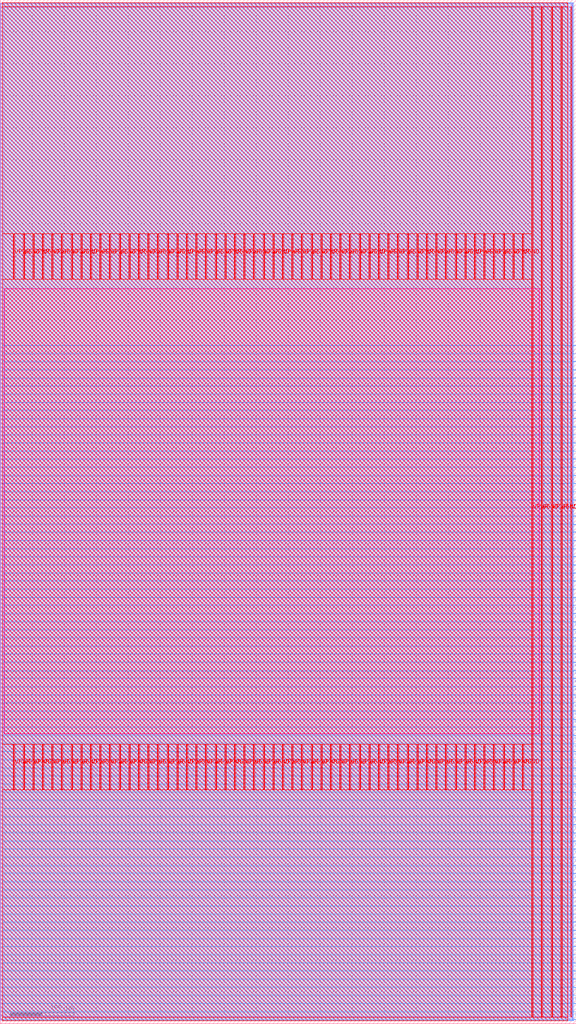
<source format=lef>
VERSION 5.7 ;
  NOWIREEXTENSIONATPIN ON ;
  DIVIDERCHAR "/" ;
  BUSBITCHARS "[]" ;
MACRO sram_32_4096_mask
  CLASS BLOCK ;
  FOREIGN sram_32_4096_mask ;
  ORIGIN 0.000 0.000 ;
  SIZE 900.000 BY 1600.000 ;
  PIN VGND
    DIRECTION INPUT ;
    USE GROUND ;
    PORT
      LAYER met4 ;
        RECT 36.040 366.020 37.640 436.480 ;
    END
    PORT
      LAYER met4 ;
        RECT 66.040 366.020 67.640 436.480 ;
    END
    PORT
      LAYER met4 ;
        RECT 96.040 366.020 97.640 436.480 ;
    END
    PORT
      LAYER met4 ;
        RECT 126.040 366.020 127.640 436.480 ;
    END
    PORT
      LAYER met4 ;
        RECT 156.040 366.020 157.640 436.480 ;
    END
    PORT
      LAYER met4 ;
        RECT 186.040 366.020 187.640 436.480 ;
    END
    PORT
      LAYER met4 ;
        RECT 216.040 366.020 217.640 436.480 ;
    END
    PORT
      LAYER met4 ;
        RECT 246.040 366.020 247.640 436.480 ;
    END
    PORT
      LAYER met4 ;
        RECT 276.040 366.020 277.640 436.480 ;
    END
    PORT
      LAYER met4 ;
        RECT 306.040 366.020 307.640 436.480 ;
    END
    PORT
      LAYER met4 ;
        RECT 336.040 366.020 337.640 436.480 ;
    END
    PORT
      LAYER met4 ;
        RECT 366.040 366.020 367.640 436.480 ;
    END
    PORT
      LAYER met4 ;
        RECT 396.040 366.020 397.640 436.480 ;
    END
    PORT
      LAYER met4 ;
        RECT 426.040 366.020 427.640 436.480 ;
    END
    PORT
      LAYER met4 ;
        RECT 456.040 366.020 457.640 436.480 ;
    END
    PORT
      LAYER met4 ;
        RECT 486.040 366.020 487.640 436.480 ;
    END
    PORT
      LAYER met4 ;
        RECT 516.040 366.020 517.640 436.480 ;
    END
    PORT
      LAYER met4 ;
        RECT 546.040 366.020 547.640 436.480 ;
    END
    PORT
      LAYER met4 ;
        RECT 576.040 366.020 577.640 436.480 ;
    END
    PORT
      LAYER met4 ;
        RECT 606.040 366.020 607.640 436.480 ;
    END
    PORT
      LAYER met4 ;
        RECT 636.040 366.020 637.640 436.480 ;
    END
    PORT
      LAYER met4 ;
        RECT 666.040 366.020 667.640 436.480 ;
    END
    PORT
      LAYER met4 ;
        RECT 696.040 366.020 697.640 436.480 ;
    END
    PORT
      LAYER met4 ;
        RECT 726.040 366.020 727.640 436.480 ;
    END
    PORT
      LAYER met4 ;
        RECT 756.040 366.020 757.640 436.480 ;
    END
    PORT
      LAYER met4 ;
        RECT 786.040 366.020 787.640 436.480 ;
    END
    PORT
      LAYER met4 ;
        RECT 816.040 366.020 817.640 436.480 ;
    END
    PORT
      LAYER met4 ;
        RECT 36.040 1163.520 37.640 1233.980 ;
    END
    PORT
      LAYER met4 ;
        RECT 66.040 1163.520 67.640 1233.980 ;
    END
    PORT
      LAYER met4 ;
        RECT 96.040 1163.520 97.640 1233.980 ;
    END
    PORT
      LAYER met4 ;
        RECT 126.040 1163.520 127.640 1233.980 ;
    END
    PORT
      LAYER met4 ;
        RECT 156.040 1163.520 157.640 1233.980 ;
    END
    PORT
      LAYER met4 ;
        RECT 186.040 1163.520 187.640 1233.980 ;
    END
    PORT
      LAYER met4 ;
        RECT 216.040 1163.520 217.640 1233.980 ;
    END
    PORT
      LAYER met4 ;
        RECT 246.040 1163.520 247.640 1233.980 ;
    END
    PORT
      LAYER met4 ;
        RECT 276.040 1163.520 277.640 1233.980 ;
    END
    PORT
      LAYER met4 ;
        RECT 306.040 1163.520 307.640 1233.980 ;
    END
    PORT
      LAYER met4 ;
        RECT 336.040 1163.520 337.640 1233.980 ;
    END
    PORT
      LAYER met4 ;
        RECT 366.040 1163.520 367.640 1233.980 ;
    END
    PORT
      LAYER met4 ;
        RECT 396.040 1163.520 397.640 1233.980 ;
    END
    PORT
      LAYER met4 ;
        RECT 426.040 1163.520 427.640 1233.980 ;
    END
    PORT
      LAYER met4 ;
        RECT 456.040 1163.520 457.640 1233.980 ;
    END
    PORT
      LAYER met4 ;
        RECT 486.040 1163.520 487.640 1233.980 ;
    END
    PORT
      LAYER met4 ;
        RECT 516.040 1163.520 517.640 1233.980 ;
    END
    PORT
      LAYER met4 ;
        RECT 546.040 1163.520 547.640 1233.980 ;
    END
    PORT
      LAYER met4 ;
        RECT 576.040 1163.520 577.640 1233.980 ;
    END
    PORT
      LAYER met4 ;
        RECT 606.040 1163.520 607.640 1233.980 ;
    END
    PORT
      LAYER met4 ;
        RECT 636.040 1163.520 637.640 1233.980 ;
    END
    PORT
      LAYER met4 ;
        RECT 666.040 1163.520 667.640 1233.980 ;
    END
    PORT
      LAYER met4 ;
        RECT 696.040 1163.520 697.640 1233.980 ;
    END
    PORT
      LAYER met4 ;
        RECT 726.040 1163.520 727.640 1233.980 ;
    END
    PORT
      LAYER met4 ;
        RECT 756.040 1163.520 757.640 1233.980 ;
    END
    PORT
      LAYER met4 ;
        RECT 786.040 1163.520 787.640 1233.980 ;
    END
    PORT
      LAYER met4 ;
        RECT 816.040 1163.520 817.640 1233.980 ;
    END
    PORT
      LAYER met4 ;
        RECT 846.040 10.640 847.640 1588.720 ;
    END
    PORT
      LAYER met4 ;
        RECT 876.040 10.640 877.640 1588.720 ;
    END
  END VGND
  PIN VPWR
    DIRECTION INPUT ;
    USE POWER ;
    PORT
      LAYER met4 ;
        RECT 21.040 366.020 22.640 436.480 ;
    END
    PORT
      LAYER met4 ;
        RECT 51.040 366.020 52.640 436.480 ;
    END
    PORT
      LAYER met4 ;
        RECT 81.040 366.020 82.640 436.480 ;
    END
    PORT
      LAYER met4 ;
        RECT 111.040 366.020 112.640 436.480 ;
    END
    PORT
      LAYER met4 ;
        RECT 141.040 366.020 142.640 436.480 ;
    END
    PORT
      LAYER met4 ;
        RECT 171.040 366.020 172.640 436.480 ;
    END
    PORT
      LAYER met4 ;
        RECT 201.040 366.020 202.640 436.480 ;
    END
    PORT
      LAYER met4 ;
        RECT 231.040 366.020 232.640 436.480 ;
    END
    PORT
      LAYER met4 ;
        RECT 261.040 366.020 262.640 436.480 ;
    END
    PORT
      LAYER met4 ;
        RECT 291.040 366.020 292.640 436.480 ;
    END
    PORT
      LAYER met4 ;
        RECT 321.040 366.020 322.640 436.480 ;
    END
    PORT
      LAYER met4 ;
        RECT 351.040 366.020 352.640 436.480 ;
    END
    PORT
      LAYER met4 ;
        RECT 381.040 366.020 382.640 436.480 ;
    END
    PORT
      LAYER met4 ;
        RECT 411.040 366.020 412.640 436.480 ;
    END
    PORT
      LAYER met4 ;
        RECT 441.040 366.020 442.640 436.480 ;
    END
    PORT
      LAYER met4 ;
        RECT 471.040 366.020 472.640 436.480 ;
    END
    PORT
      LAYER met4 ;
        RECT 501.040 366.020 502.640 436.480 ;
    END
    PORT
      LAYER met4 ;
        RECT 531.040 366.020 532.640 436.480 ;
    END
    PORT
      LAYER met4 ;
        RECT 561.040 366.020 562.640 436.480 ;
    END
    PORT
      LAYER met4 ;
        RECT 591.040 366.020 592.640 436.480 ;
    END
    PORT
      LAYER met4 ;
        RECT 621.040 366.020 622.640 436.480 ;
    END
    PORT
      LAYER met4 ;
        RECT 651.040 366.020 652.640 436.480 ;
    END
    PORT
      LAYER met4 ;
        RECT 681.040 366.020 682.640 436.480 ;
    END
    PORT
      LAYER met4 ;
        RECT 711.040 366.020 712.640 436.480 ;
    END
    PORT
      LAYER met4 ;
        RECT 741.040 366.020 742.640 436.480 ;
    END
    PORT
      LAYER met4 ;
        RECT 771.040 366.020 772.640 436.480 ;
    END
    PORT
      LAYER met4 ;
        RECT 801.040 366.020 802.640 436.480 ;
    END
    PORT
      LAYER met4 ;
        RECT 21.040 1163.520 22.640 1233.980 ;
    END
    PORT
      LAYER met4 ;
        RECT 51.040 1163.520 52.640 1233.980 ;
    END
    PORT
      LAYER met4 ;
        RECT 81.040 1163.520 82.640 1233.980 ;
    END
    PORT
      LAYER met4 ;
        RECT 111.040 1163.520 112.640 1233.980 ;
    END
    PORT
      LAYER met4 ;
        RECT 141.040 1163.520 142.640 1233.980 ;
    END
    PORT
      LAYER met4 ;
        RECT 171.040 1163.520 172.640 1233.980 ;
    END
    PORT
      LAYER met4 ;
        RECT 201.040 1163.520 202.640 1233.980 ;
    END
    PORT
      LAYER met4 ;
        RECT 231.040 1163.520 232.640 1233.980 ;
    END
    PORT
      LAYER met4 ;
        RECT 261.040 1163.520 262.640 1233.980 ;
    END
    PORT
      LAYER met4 ;
        RECT 291.040 1163.520 292.640 1233.980 ;
    END
    PORT
      LAYER met4 ;
        RECT 321.040 1163.520 322.640 1233.980 ;
    END
    PORT
      LAYER met4 ;
        RECT 351.040 1163.520 352.640 1233.980 ;
    END
    PORT
      LAYER met4 ;
        RECT 381.040 1163.520 382.640 1233.980 ;
    END
    PORT
      LAYER met4 ;
        RECT 411.040 1163.520 412.640 1233.980 ;
    END
    PORT
      LAYER met4 ;
        RECT 441.040 1163.520 442.640 1233.980 ;
    END
    PORT
      LAYER met4 ;
        RECT 471.040 1163.520 472.640 1233.980 ;
    END
    PORT
      LAYER met4 ;
        RECT 501.040 1163.520 502.640 1233.980 ;
    END
    PORT
      LAYER met4 ;
        RECT 531.040 1163.520 532.640 1233.980 ;
    END
    PORT
      LAYER met4 ;
        RECT 561.040 1163.520 562.640 1233.980 ;
    END
    PORT
      LAYER met4 ;
        RECT 591.040 1163.520 592.640 1233.980 ;
    END
    PORT
      LAYER met4 ;
        RECT 621.040 1163.520 622.640 1233.980 ;
    END
    PORT
      LAYER met4 ;
        RECT 651.040 1163.520 652.640 1233.980 ;
    END
    PORT
      LAYER met4 ;
        RECT 681.040 1163.520 682.640 1233.980 ;
    END
    PORT
      LAYER met4 ;
        RECT 711.040 1163.520 712.640 1233.980 ;
    END
    PORT
      LAYER met4 ;
        RECT 741.040 1163.520 742.640 1233.980 ;
    END
    PORT
      LAYER met4 ;
        RECT 771.040 1163.520 772.640 1233.980 ;
    END
    PORT
      LAYER met4 ;
        RECT 801.040 1163.520 802.640 1233.980 ;
    END
    PORT
      LAYER met4 ;
        RECT 831.040 10.640 832.640 1588.720 ;
    END
    PORT
      LAYER met4 ;
        RECT 861.040 10.640 862.640 1588.720 ;
    END
    PORT
      LAYER met4 ;
        RECT 891.040 10.640 892.640 1588.720 ;
    END
  END VPWR
  PIN addr[0]
    DIRECTION INPUT ;
    USE SIGNAL ;
    PORT
      LAYER met3 ;
        RECT 896.000 44.240 900.000 44.840 ;
    END
  END addr[0]
  PIN addr[10]
    DIRECTION INPUT ;
    USE SIGNAL ;
    PORT
      LAYER met3 ;
        RECT 896.000 170.720 900.000 171.320 ;
    END
  END addr[10]
  PIN addr[11]
    DIRECTION INPUT ;
    USE SIGNAL ;
    PORT
      LAYER met3 ;
        RECT 896.000 183.640 900.000 184.240 ;
    END
  END addr[11]
  PIN addr[1]
    DIRECTION INPUT ;
    USE SIGNAL ;
    PORT
      LAYER met3 ;
        RECT 896.000 56.480 900.000 57.080 ;
    END
  END addr[1]
  PIN addr[2]
    DIRECTION INPUT ;
    USE SIGNAL ;
    PORT
      LAYER met3 ;
        RECT 896.000 69.400 900.000 70.000 ;
    END
  END addr[2]
  PIN addr[3]
    DIRECTION INPUT ;
    USE SIGNAL ;
    PORT
      LAYER met3 ;
        RECT 896.000 82.320 900.000 82.920 ;
    END
  END addr[3]
  PIN addr[4]
    DIRECTION INPUT ;
    USE SIGNAL ;
    PORT
      LAYER met3 ;
        RECT 896.000 94.560 900.000 95.160 ;
    END
  END addr[4]
  PIN addr[5]
    DIRECTION INPUT ;
    USE SIGNAL ;
    PORT
      LAYER met3 ;
        RECT 896.000 107.480 900.000 108.080 ;
    END
  END addr[5]
  PIN addr[6]
    DIRECTION INPUT ;
    USE SIGNAL ;
    PORT
      LAYER met3 ;
        RECT 896.000 120.400 900.000 121.000 ;
    END
  END addr[6]
  PIN addr[7]
    DIRECTION INPUT ;
    USE SIGNAL ;
    PORT
      LAYER met3 ;
        RECT 896.000 132.640 900.000 133.240 ;
    END
  END addr[7]
  PIN addr[8]
    DIRECTION INPUT ;
    USE SIGNAL ;
    PORT
      LAYER met3 ;
        RECT 896.000 145.560 900.000 146.160 ;
    END
  END addr[8]
  PIN addr[9]
    DIRECTION INPUT ;
    USE SIGNAL ;
    PORT
      LAYER met3 ;
        RECT 896.000 158.480 900.000 159.080 ;
    END
  END addr[9]
  PIN clk
    DIRECTION INPUT ;
    USE SIGNAL ;
    PORT
      LAYER met3 ;
        RECT 896.000 6.160 900.000 6.760 ;
    END
  END clk
  PIN clk_en
    DIRECTION INPUT ;
    USE SIGNAL ;
    PORT
      LAYER met3 ;
        RECT 896.000 31.320 900.000 31.920 ;
    END
  END clk_en
  PIN read_data[0]
    DIRECTION OUTPUT TRISTATE ;
    USE SIGNAL ;
    PORT
      LAYER met3 ;
        RECT 896.000 665.760 900.000 666.360 ;
    END
  END read_data[0]
  PIN read_data[10]
    DIRECTION OUTPUT TRISTATE ;
    USE SIGNAL ;
    PORT
      LAYER met3 ;
        RECT 896.000 792.920 900.000 793.520 ;
    END
  END read_data[10]
  PIN read_data[11]
    DIRECTION OUTPUT TRISTATE ;
    USE SIGNAL ;
    PORT
      LAYER met3 ;
        RECT 896.000 805.840 900.000 806.440 ;
    END
  END read_data[11]
  PIN read_data[12]
    DIRECTION OUTPUT TRISTATE ;
    USE SIGNAL ;
    PORT
      LAYER met3 ;
        RECT 896.000 818.080 900.000 818.680 ;
    END
  END read_data[12]
  PIN read_data[13]
    DIRECTION OUTPUT TRISTATE ;
    USE SIGNAL ;
    PORT
      LAYER met3 ;
        RECT 896.000 831.000 900.000 831.600 ;
    END
  END read_data[13]
  PIN read_data[14]
    DIRECTION OUTPUT TRISTATE ;
    USE SIGNAL ;
    PORT
      LAYER met3 ;
        RECT 896.000 843.920 900.000 844.520 ;
    END
  END read_data[14]
  PIN read_data[15]
    DIRECTION OUTPUT TRISTATE ;
    USE SIGNAL ;
    PORT
      LAYER met3 ;
        RECT 896.000 856.160 900.000 856.760 ;
    END
  END read_data[15]
  PIN read_data[16]
    DIRECTION OUTPUT TRISTATE ;
    USE SIGNAL ;
    PORT
      LAYER met3 ;
        RECT 896.000 869.080 900.000 869.680 ;
    END
  END read_data[16]
  PIN read_data[17]
    DIRECTION OUTPUT TRISTATE ;
    USE SIGNAL ;
    PORT
      LAYER met3 ;
        RECT 896.000 882.000 900.000 882.600 ;
    END
  END read_data[17]
  PIN read_data[18]
    DIRECTION OUTPUT TRISTATE ;
    USE SIGNAL ;
    PORT
      LAYER met3 ;
        RECT 896.000 894.240 900.000 894.840 ;
    END
  END read_data[18]
  PIN read_data[19]
    DIRECTION OUTPUT TRISTATE ;
    USE SIGNAL ;
    PORT
      LAYER met3 ;
        RECT 896.000 907.160 900.000 907.760 ;
    END
  END read_data[19]
  PIN read_data[1]
    DIRECTION OUTPUT TRISTATE ;
    USE SIGNAL ;
    PORT
      LAYER met3 ;
        RECT 896.000 678.680 900.000 679.280 ;
    END
  END read_data[1]
  PIN read_data[20]
    DIRECTION OUTPUT TRISTATE ;
    USE SIGNAL ;
    PORT
      LAYER met3 ;
        RECT 896.000 920.080 900.000 920.680 ;
    END
  END read_data[20]
  PIN read_data[21]
    DIRECTION OUTPUT TRISTATE ;
    USE SIGNAL ;
    PORT
      LAYER met3 ;
        RECT 896.000 932.320 900.000 932.920 ;
    END
  END read_data[21]
  PIN read_data[22]
    DIRECTION OUTPUT TRISTATE ;
    USE SIGNAL ;
    PORT
      LAYER met3 ;
        RECT 896.000 945.240 900.000 945.840 ;
    END
  END read_data[22]
  PIN read_data[23]
    DIRECTION OUTPUT TRISTATE ;
    USE SIGNAL ;
    PORT
      LAYER met3 ;
        RECT 896.000 958.160 900.000 958.760 ;
    END
  END read_data[23]
  PIN read_data[24]
    DIRECTION OUTPUT TRISTATE ;
    USE SIGNAL ;
    PORT
      LAYER met3 ;
        RECT 896.000 970.400 900.000 971.000 ;
    END
  END read_data[24]
  PIN read_data[25]
    DIRECTION OUTPUT TRISTATE ;
    USE SIGNAL ;
    PORT
      LAYER met3 ;
        RECT 896.000 983.320 900.000 983.920 ;
    END
  END read_data[25]
  PIN read_data[26]
    DIRECTION OUTPUT TRISTATE ;
    USE SIGNAL ;
    PORT
      LAYER met3 ;
        RECT 896.000 996.240 900.000 996.840 ;
    END
  END read_data[26]
  PIN read_data[27]
    DIRECTION OUTPUT TRISTATE ;
    USE SIGNAL ;
    PORT
      LAYER met3 ;
        RECT 896.000 1008.480 900.000 1009.080 ;
    END
  END read_data[27]
  PIN read_data[28]
    DIRECTION OUTPUT TRISTATE ;
    USE SIGNAL ;
    PORT
      LAYER met3 ;
        RECT 896.000 1021.400 900.000 1022.000 ;
    END
  END read_data[28]
  PIN read_data[29]
    DIRECTION OUTPUT TRISTATE ;
    USE SIGNAL ;
    PORT
      LAYER met3 ;
        RECT 896.000 1034.320 900.000 1034.920 ;
    END
  END read_data[29]
  PIN read_data[2]
    DIRECTION OUTPUT TRISTATE ;
    USE SIGNAL ;
    PORT
      LAYER met3 ;
        RECT 896.000 691.600 900.000 692.200 ;
    END
  END read_data[2]
  PIN read_data[30]
    DIRECTION OUTPUT TRISTATE ;
    USE SIGNAL ;
    PORT
      LAYER met3 ;
        RECT 896.000 1046.560 900.000 1047.160 ;
    END
  END read_data[30]
  PIN read_data[31]
    DIRECTION OUTPUT TRISTATE ;
    USE SIGNAL ;
    PORT
      LAYER met3 ;
        RECT 896.000 1059.480 900.000 1060.080 ;
    END
  END read_data[31]
  PIN read_data[3]
    DIRECTION OUTPUT TRISTATE ;
    USE SIGNAL ;
    PORT
      LAYER met3 ;
        RECT 896.000 703.840 900.000 704.440 ;
    END
  END read_data[3]
  PIN read_data[4]
    DIRECTION OUTPUT TRISTATE ;
    USE SIGNAL ;
    PORT
      LAYER met3 ;
        RECT 896.000 716.760 900.000 717.360 ;
    END
  END read_data[4]
  PIN read_data[5]
    DIRECTION OUTPUT TRISTATE ;
    USE SIGNAL ;
    PORT
      LAYER met3 ;
        RECT 896.000 729.680 900.000 730.280 ;
    END
  END read_data[5]
  PIN read_data[6]
    DIRECTION OUTPUT TRISTATE ;
    USE SIGNAL ;
    PORT
      LAYER met3 ;
        RECT 896.000 741.920 900.000 742.520 ;
    END
  END read_data[6]
  PIN read_data[7]
    DIRECTION OUTPUT TRISTATE ;
    USE SIGNAL ;
    PORT
      LAYER met3 ;
        RECT 896.000 754.840 900.000 755.440 ;
    END
  END read_data[7]
  PIN read_data[8]
    DIRECTION OUTPUT TRISTATE ;
    USE SIGNAL ;
    PORT
      LAYER met3 ;
        RECT 896.000 767.760 900.000 768.360 ;
    END
  END read_data[8]
  PIN read_data[9]
    DIRECTION OUTPUT TRISTATE ;
    USE SIGNAL ;
    PORT
      LAYER met3 ;
        RECT 896.000 780.000 900.000 780.600 ;
    END
  END read_data[9]
  PIN rst
    DIRECTION INPUT ;
    USE SIGNAL ;
    PORT
      LAYER met3 ;
        RECT 896.000 18.400 900.000 19.000 ;
    END
  END rst
  PIN write_data[0]
    DIRECTION INPUT ;
    USE SIGNAL ;
    PORT
      LAYER met3 ;
        RECT 896.000 259.800 900.000 260.400 ;
    END
  END write_data[0]
  PIN write_data[10]
    DIRECTION INPUT ;
    USE SIGNAL ;
    PORT
      LAYER met3 ;
        RECT 896.000 386.960 900.000 387.560 ;
    END
  END write_data[10]
  PIN write_data[11]
    DIRECTION INPUT ;
    USE SIGNAL ;
    PORT
      LAYER met3 ;
        RECT 896.000 399.200 900.000 399.800 ;
    END
  END write_data[11]
  PIN write_data[12]
    DIRECTION INPUT ;
    USE SIGNAL ;
    PORT
      LAYER met3 ;
        RECT 896.000 412.120 900.000 412.720 ;
    END
  END write_data[12]
  PIN write_data[13]
    DIRECTION INPUT ;
    USE SIGNAL ;
    PORT
      LAYER met3 ;
        RECT 896.000 425.040 900.000 425.640 ;
    END
  END write_data[13]
  PIN write_data[14]
    DIRECTION INPUT ;
    USE SIGNAL ;
    PORT
      LAYER met3 ;
        RECT 896.000 437.280 900.000 437.880 ;
    END
  END write_data[14]
  PIN write_data[15]
    DIRECTION INPUT ;
    USE SIGNAL ;
    PORT
      LAYER met3 ;
        RECT 896.000 450.200 900.000 450.800 ;
    END
  END write_data[15]
  PIN write_data[16]
    DIRECTION INPUT ;
    USE SIGNAL ;
    PORT
      LAYER met3 ;
        RECT 896.000 463.120 900.000 463.720 ;
    END
  END write_data[16]
  PIN write_data[17]
    DIRECTION INPUT ;
    USE SIGNAL ;
    PORT
      LAYER met3 ;
        RECT 896.000 475.360 900.000 475.960 ;
    END
  END write_data[17]
  PIN write_data[18]
    DIRECTION INPUT ;
    USE SIGNAL ;
    PORT
      LAYER met3 ;
        RECT 896.000 488.280 900.000 488.880 ;
    END
  END write_data[18]
  PIN write_data[19]
    DIRECTION INPUT ;
    USE SIGNAL ;
    PORT
      LAYER met3 ;
        RECT 896.000 501.200 900.000 501.800 ;
    END
  END write_data[19]
  PIN write_data[1]
    DIRECTION INPUT ;
    USE SIGNAL ;
    PORT
      LAYER met3 ;
        RECT 896.000 272.720 900.000 273.320 ;
    END
  END write_data[1]
  PIN write_data[20]
    DIRECTION INPUT ;
    USE SIGNAL ;
    PORT
      LAYER met3 ;
        RECT 896.000 513.440 900.000 514.040 ;
    END
  END write_data[20]
  PIN write_data[21]
    DIRECTION INPUT ;
    USE SIGNAL ;
    PORT
      LAYER met3 ;
        RECT 896.000 526.360 900.000 526.960 ;
    END
  END write_data[21]
  PIN write_data[22]
    DIRECTION INPUT ;
    USE SIGNAL ;
    PORT
      LAYER met3 ;
        RECT 896.000 539.280 900.000 539.880 ;
    END
  END write_data[22]
  PIN write_data[23]
    DIRECTION INPUT ;
    USE SIGNAL ;
    PORT
      LAYER met3 ;
        RECT 896.000 551.520 900.000 552.120 ;
    END
  END write_data[23]
  PIN write_data[24]
    DIRECTION INPUT ;
    USE SIGNAL ;
    PORT
      LAYER met3 ;
        RECT 896.000 564.440 900.000 565.040 ;
    END
  END write_data[24]
  PIN write_data[25]
    DIRECTION INPUT ;
    USE SIGNAL ;
    PORT
      LAYER met3 ;
        RECT 896.000 577.360 900.000 577.960 ;
    END
  END write_data[25]
  PIN write_data[26]
    DIRECTION INPUT ;
    USE SIGNAL ;
    PORT
      LAYER met3 ;
        RECT 896.000 589.600 900.000 590.200 ;
    END
  END write_data[26]
  PIN write_data[27]
    DIRECTION INPUT ;
    USE SIGNAL ;
    PORT
      LAYER met3 ;
        RECT 896.000 602.520 900.000 603.120 ;
    END
  END write_data[27]
  PIN write_data[28]
    DIRECTION INPUT ;
    USE SIGNAL ;
    PORT
      LAYER met3 ;
        RECT 896.000 615.440 900.000 616.040 ;
    END
  END write_data[28]
  PIN write_data[29]
    DIRECTION INPUT ;
    USE SIGNAL ;
    PORT
      LAYER met3 ;
        RECT 896.000 627.680 900.000 628.280 ;
    END
  END write_data[29]
  PIN write_data[2]
    DIRECTION INPUT ;
    USE SIGNAL ;
    PORT
      LAYER met3 ;
        RECT 896.000 284.960 900.000 285.560 ;
    END
  END write_data[2]
  PIN write_data[30]
    DIRECTION INPUT ;
    USE SIGNAL ;
    PORT
      LAYER met3 ;
        RECT 896.000 640.600 900.000 641.200 ;
    END
  END write_data[30]
  PIN write_data[31]
    DIRECTION INPUT ;
    USE SIGNAL ;
    PORT
      LAYER met3 ;
        RECT 896.000 653.520 900.000 654.120 ;
    END
  END write_data[31]
  PIN write_data[3]
    DIRECTION INPUT ;
    USE SIGNAL ;
    PORT
      LAYER met3 ;
        RECT 896.000 297.880 900.000 298.480 ;
    END
  END write_data[3]
  PIN write_data[4]
    DIRECTION INPUT ;
    USE SIGNAL ;
    PORT
      LAYER met3 ;
        RECT 896.000 310.800 900.000 311.400 ;
    END
  END write_data[4]
  PIN write_data[5]
    DIRECTION INPUT ;
    USE SIGNAL ;
    PORT
      LAYER met3 ;
        RECT 896.000 323.040 900.000 323.640 ;
    END
  END write_data[5]
  PIN write_data[6]
    DIRECTION INPUT ;
    USE SIGNAL ;
    PORT
      LAYER met3 ;
        RECT 896.000 335.960 900.000 336.560 ;
    END
  END write_data[6]
  PIN write_data[7]
    DIRECTION INPUT ;
    USE SIGNAL ;
    PORT
      LAYER met3 ;
        RECT 896.000 348.880 900.000 349.480 ;
    END
  END write_data[7]
  PIN write_data[8]
    DIRECTION INPUT ;
    USE SIGNAL ;
    PORT
      LAYER met3 ;
        RECT 896.000 361.120 900.000 361.720 ;
    END
  END write_data[8]
  PIN write_data[9]
    DIRECTION INPUT ;
    USE SIGNAL ;
    PORT
      LAYER met3 ;
        RECT 896.000 374.040 900.000 374.640 ;
    END
  END write_data[9]
  PIN write_en
    DIRECTION INPUT ;
    USE SIGNAL ;
    PORT
      LAYER met3 ;
        RECT 896.000 196.560 900.000 197.160 ;
    END
  END write_en
  PIN write_mask[0]
    DIRECTION INPUT ;
    USE SIGNAL ;
    PORT
      LAYER met3 ;
        RECT 896.000 208.800 900.000 209.400 ;
    END
  END write_mask[0]
  PIN write_mask[1]
    DIRECTION INPUT ;
    USE SIGNAL ;
    PORT
      LAYER met3 ;
        RECT 896.000 221.720 900.000 222.320 ;
    END
  END write_mask[1]
  PIN write_mask[2]
    DIRECTION INPUT ;
    USE SIGNAL ;
    PORT
      LAYER met3 ;
        RECT 896.000 234.640 900.000 235.240 ;
    END
  END write_mask[2]
  PIN write_mask[3]
    DIRECTION INPUT ;
    USE SIGNAL ;
    PORT
      LAYER met3 ;
        RECT 896.000 246.880 900.000 247.480 ;
    END
  END write_mask[3]
  OBS
      LAYER li1 ;
        RECT 5.520 10.795 894.240 1588.565 ;
      LAYER met1 ;
        RECT 0.530 5.620 894.240 1594.380 ;
      LAYER met2 ;
        RECT 0.560 5.620 893.690 1594.380 ;
      LAYER met3 ;
        RECT 3.030 1060.480 896.000 1595.000 ;
        RECT 3.030 1059.080 895.600 1060.480 ;
        RECT 3.030 1047.560 896.000 1059.080 ;
        RECT 3.030 1046.160 895.600 1047.560 ;
        RECT 3.030 1035.320 896.000 1046.160 ;
        RECT 3.030 1033.920 895.600 1035.320 ;
        RECT 3.030 1022.400 896.000 1033.920 ;
        RECT 3.030 1021.000 895.600 1022.400 ;
        RECT 3.030 1009.480 896.000 1021.000 ;
        RECT 3.030 1008.080 895.600 1009.480 ;
        RECT 3.030 997.240 896.000 1008.080 ;
        RECT 3.030 995.840 895.600 997.240 ;
        RECT 3.030 984.320 896.000 995.840 ;
        RECT 3.030 982.920 895.600 984.320 ;
        RECT 3.030 971.400 896.000 982.920 ;
        RECT 3.030 970.000 895.600 971.400 ;
        RECT 3.030 959.160 896.000 970.000 ;
        RECT 3.030 957.760 895.600 959.160 ;
        RECT 3.030 946.240 896.000 957.760 ;
        RECT 3.030 944.840 895.600 946.240 ;
        RECT 3.030 933.320 896.000 944.840 ;
        RECT 3.030 931.920 895.600 933.320 ;
        RECT 3.030 921.080 896.000 931.920 ;
        RECT 3.030 919.680 895.600 921.080 ;
        RECT 3.030 908.160 896.000 919.680 ;
        RECT 3.030 906.760 895.600 908.160 ;
        RECT 3.030 895.240 896.000 906.760 ;
        RECT 3.030 893.840 895.600 895.240 ;
        RECT 3.030 883.000 896.000 893.840 ;
        RECT 3.030 881.600 895.600 883.000 ;
        RECT 3.030 870.080 896.000 881.600 ;
        RECT 3.030 868.680 895.600 870.080 ;
        RECT 3.030 857.160 896.000 868.680 ;
        RECT 3.030 855.760 895.600 857.160 ;
        RECT 3.030 844.920 896.000 855.760 ;
        RECT 3.030 843.520 895.600 844.920 ;
        RECT 3.030 832.000 896.000 843.520 ;
        RECT 3.030 830.600 895.600 832.000 ;
        RECT 3.030 819.080 896.000 830.600 ;
        RECT 3.030 817.680 895.600 819.080 ;
        RECT 3.030 806.840 896.000 817.680 ;
        RECT 3.030 805.440 895.600 806.840 ;
        RECT 3.030 793.920 896.000 805.440 ;
        RECT 3.030 792.520 895.600 793.920 ;
        RECT 3.030 781.000 896.000 792.520 ;
        RECT 3.030 779.600 895.600 781.000 ;
        RECT 3.030 768.760 896.000 779.600 ;
        RECT 3.030 767.360 895.600 768.760 ;
        RECT 3.030 755.840 896.000 767.360 ;
        RECT 3.030 754.440 895.600 755.840 ;
        RECT 3.030 742.920 896.000 754.440 ;
        RECT 3.030 741.520 895.600 742.920 ;
        RECT 3.030 730.680 896.000 741.520 ;
        RECT 3.030 729.280 895.600 730.680 ;
        RECT 3.030 717.760 896.000 729.280 ;
        RECT 3.030 716.360 895.600 717.760 ;
        RECT 3.030 704.840 896.000 716.360 ;
        RECT 3.030 703.440 895.600 704.840 ;
        RECT 3.030 692.600 896.000 703.440 ;
        RECT 3.030 691.200 895.600 692.600 ;
        RECT 3.030 679.680 896.000 691.200 ;
        RECT 3.030 678.280 895.600 679.680 ;
        RECT 3.030 666.760 896.000 678.280 ;
        RECT 3.030 665.360 895.600 666.760 ;
        RECT 3.030 654.520 896.000 665.360 ;
        RECT 3.030 653.120 895.600 654.520 ;
        RECT 3.030 641.600 896.000 653.120 ;
        RECT 3.030 640.200 895.600 641.600 ;
        RECT 3.030 628.680 896.000 640.200 ;
        RECT 3.030 627.280 895.600 628.680 ;
        RECT 3.030 616.440 896.000 627.280 ;
        RECT 3.030 615.040 895.600 616.440 ;
        RECT 3.030 603.520 896.000 615.040 ;
        RECT 3.030 602.120 895.600 603.520 ;
        RECT 3.030 590.600 896.000 602.120 ;
        RECT 3.030 589.200 895.600 590.600 ;
        RECT 3.030 578.360 896.000 589.200 ;
        RECT 3.030 576.960 895.600 578.360 ;
        RECT 3.030 565.440 896.000 576.960 ;
        RECT 3.030 564.040 895.600 565.440 ;
        RECT 3.030 552.520 896.000 564.040 ;
        RECT 3.030 551.120 895.600 552.520 ;
        RECT 3.030 540.280 896.000 551.120 ;
        RECT 3.030 538.880 895.600 540.280 ;
        RECT 3.030 527.360 896.000 538.880 ;
        RECT 3.030 525.960 895.600 527.360 ;
        RECT 3.030 514.440 896.000 525.960 ;
        RECT 3.030 513.040 895.600 514.440 ;
        RECT 3.030 502.200 896.000 513.040 ;
        RECT 3.030 500.800 895.600 502.200 ;
        RECT 3.030 489.280 896.000 500.800 ;
        RECT 3.030 487.880 895.600 489.280 ;
        RECT 3.030 476.360 896.000 487.880 ;
        RECT 3.030 474.960 895.600 476.360 ;
        RECT 3.030 464.120 896.000 474.960 ;
        RECT 3.030 462.720 895.600 464.120 ;
        RECT 3.030 451.200 896.000 462.720 ;
        RECT 3.030 449.800 895.600 451.200 ;
        RECT 3.030 438.280 896.000 449.800 ;
        RECT 3.030 436.880 895.600 438.280 ;
        RECT 3.030 426.040 896.000 436.880 ;
        RECT 3.030 424.640 895.600 426.040 ;
        RECT 3.030 413.120 896.000 424.640 ;
        RECT 3.030 411.720 895.600 413.120 ;
        RECT 3.030 400.200 896.000 411.720 ;
        RECT 3.030 398.800 895.600 400.200 ;
        RECT 3.030 387.960 896.000 398.800 ;
        RECT 3.030 386.560 895.600 387.960 ;
        RECT 3.030 375.040 896.000 386.560 ;
        RECT 3.030 373.640 895.600 375.040 ;
        RECT 3.030 362.120 896.000 373.640 ;
        RECT 3.030 360.720 895.600 362.120 ;
        RECT 3.030 349.880 896.000 360.720 ;
        RECT 3.030 348.480 895.600 349.880 ;
        RECT 3.030 336.960 896.000 348.480 ;
        RECT 3.030 335.560 895.600 336.960 ;
        RECT 3.030 324.040 896.000 335.560 ;
        RECT 3.030 322.640 895.600 324.040 ;
        RECT 3.030 311.800 896.000 322.640 ;
        RECT 3.030 310.400 895.600 311.800 ;
        RECT 3.030 298.880 896.000 310.400 ;
        RECT 3.030 297.480 895.600 298.880 ;
        RECT 3.030 285.960 896.000 297.480 ;
        RECT 3.030 284.560 895.600 285.960 ;
        RECT 3.030 273.720 896.000 284.560 ;
        RECT 3.030 272.320 895.600 273.720 ;
        RECT 3.030 260.800 896.000 272.320 ;
        RECT 3.030 259.400 895.600 260.800 ;
        RECT 3.030 247.880 896.000 259.400 ;
        RECT 3.030 246.480 895.600 247.880 ;
        RECT 3.030 235.640 896.000 246.480 ;
        RECT 3.030 234.240 895.600 235.640 ;
        RECT 3.030 222.720 896.000 234.240 ;
        RECT 3.030 221.320 895.600 222.720 ;
        RECT 3.030 209.800 896.000 221.320 ;
        RECT 3.030 208.400 895.600 209.800 ;
        RECT 3.030 197.560 896.000 208.400 ;
        RECT 3.030 196.160 895.600 197.560 ;
        RECT 3.030 184.640 896.000 196.160 ;
        RECT 3.030 183.240 895.600 184.640 ;
        RECT 3.030 171.720 896.000 183.240 ;
        RECT 3.030 170.320 895.600 171.720 ;
        RECT 3.030 159.480 896.000 170.320 ;
        RECT 3.030 158.080 895.600 159.480 ;
        RECT 3.030 146.560 896.000 158.080 ;
        RECT 3.030 145.160 895.600 146.560 ;
        RECT 3.030 133.640 896.000 145.160 ;
        RECT 3.030 132.240 895.600 133.640 ;
        RECT 3.030 121.400 896.000 132.240 ;
        RECT 3.030 120.000 895.600 121.400 ;
        RECT 3.030 108.480 896.000 120.000 ;
        RECT 3.030 107.080 895.600 108.480 ;
        RECT 3.030 95.560 896.000 107.080 ;
        RECT 3.030 94.160 895.600 95.560 ;
        RECT 3.030 83.320 896.000 94.160 ;
        RECT 3.030 81.920 895.600 83.320 ;
        RECT 3.030 70.400 896.000 81.920 ;
        RECT 3.030 69.000 895.600 70.400 ;
        RECT 3.030 57.480 896.000 69.000 ;
        RECT 3.030 56.080 895.600 57.480 ;
        RECT 3.030 45.240 896.000 56.080 ;
        RECT 3.030 43.840 895.600 45.240 ;
        RECT 3.030 32.320 896.000 43.840 ;
        RECT 3.030 30.920 895.600 32.320 ;
        RECT 3.030 19.400 896.000 30.920 ;
        RECT 3.030 18.000 895.600 19.400 ;
        RECT 3.030 7.160 896.000 18.000 ;
        RECT 3.030 5.760 895.600 7.160 ;
        RECT 3.030 5.000 896.000 5.760 ;
      LAYER met4 ;
        RECT 3.055 1589.120 886.585 1595.000 ;
        RECT 3.055 1234.380 830.640 1589.120 ;
        RECT 3.055 1163.120 20.640 1234.380 ;
        RECT 23.040 1163.120 35.640 1234.380 ;
        RECT 38.040 1163.120 50.640 1234.380 ;
        RECT 53.040 1163.120 65.640 1234.380 ;
        RECT 68.040 1163.120 80.640 1234.380 ;
        RECT 83.040 1163.120 95.640 1234.380 ;
        RECT 98.040 1163.120 110.640 1234.380 ;
        RECT 113.040 1163.120 125.640 1234.380 ;
        RECT 128.040 1163.120 140.640 1234.380 ;
        RECT 143.040 1163.120 155.640 1234.380 ;
        RECT 158.040 1163.120 170.640 1234.380 ;
        RECT 173.040 1163.120 185.640 1234.380 ;
        RECT 188.040 1163.120 200.640 1234.380 ;
        RECT 203.040 1163.120 215.640 1234.380 ;
        RECT 218.040 1163.120 230.640 1234.380 ;
        RECT 233.040 1163.120 245.640 1234.380 ;
        RECT 248.040 1163.120 260.640 1234.380 ;
        RECT 263.040 1163.120 275.640 1234.380 ;
        RECT 278.040 1163.120 290.640 1234.380 ;
        RECT 293.040 1163.120 305.640 1234.380 ;
        RECT 308.040 1163.120 320.640 1234.380 ;
        RECT 323.040 1163.120 335.640 1234.380 ;
        RECT 338.040 1163.120 350.640 1234.380 ;
        RECT 353.040 1163.120 365.640 1234.380 ;
        RECT 368.040 1163.120 380.640 1234.380 ;
        RECT 383.040 1163.120 395.640 1234.380 ;
        RECT 398.040 1163.120 410.640 1234.380 ;
        RECT 413.040 1163.120 425.640 1234.380 ;
        RECT 428.040 1163.120 440.640 1234.380 ;
        RECT 443.040 1163.120 455.640 1234.380 ;
        RECT 458.040 1163.120 470.640 1234.380 ;
        RECT 473.040 1163.120 485.640 1234.380 ;
        RECT 488.040 1163.120 500.640 1234.380 ;
        RECT 503.040 1163.120 515.640 1234.380 ;
        RECT 518.040 1163.120 530.640 1234.380 ;
        RECT 533.040 1163.120 545.640 1234.380 ;
        RECT 548.040 1163.120 560.640 1234.380 ;
        RECT 563.040 1163.120 575.640 1234.380 ;
        RECT 578.040 1163.120 590.640 1234.380 ;
        RECT 593.040 1163.120 605.640 1234.380 ;
        RECT 608.040 1163.120 620.640 1234.380 ;
        RECT 623.040 1163.120 635.640 1234.380 ;
        RECT 638.040 1163.120 650.640 1234.380 ;
        RECT 653.040 1163.120 665.640 1234.380 ;
        RECT 668.040 1163.120 680.640 1234.380 ;
        RECT 683.040 1163.120 695.640 1234.380 ;
        RECT 698.040 1163.120 710.640 1234.380 ;
        RECT 713.040 1163.120 725.640 1234.380 ;
        RECT 728.040 1163.120 740.640 1234.380 ;
        RECT 743.040 1163.120 755.640 1234.380 ;
        RECT 758.040 1163.120 770.640 1234.380 ;
        RECT 773.040 1163.120 785.640 1234.380 ;
        RECT 788.040 1163.120 800.640 1234.380 ;
        RECT 803.040 1163.120 815.640 1234.380 ;
        RECT 818.040 1163.120 830.640 1234.380 ;
        RECT 3.055 436.880 830.640 1163.120 ;
        RECT 3.055 365.620 20.640 436.880 ;
        RECT 23.040 365.620 35.640 436.880 ;
        RECT 38.040 365.620 50.640 436.880 ;
        RECT 53.040 365.620 65.640 436.880 ;
        RECT 68.040 365.620 80.640 436.880 ;
        RECT 83.040 365.620 95.640 436.880 ;
        RECT 98.040 365.620 110.640 436.880 ;
        RECT 113.040 365.620 125.640 436.880 ;
        RECT 128.040 365.620 140.640 436.880 ;
        RECT 143.040 365.620 155.640 436.880 ;
        RECT 158.040 365.620 170.640 436.880 ;
        RECT 173.040 365.620 185.640 436.880 ;
        RECT 188.040 365.620 200.640 436.880 ;
        RECT 203.040 365.620 215.640 436.880 ;
        RECT 218.040 365.620 230.640 436.880 ;
        RECT 233.040 365.620 245.640 436.880 ;
        RECT 248.040 365.620 260.640 436.880 ;
        RECT 263.040 365.620 275.640 436.880 ;
        RECT 278.040 365.620 290.640 436.880 ;
        RECT 293.040 365.620 305.640 436.880 ;
        RECT 308.040 365.620 320.640 436.880 ;
        RECT 323.040 365.620 335.640 436.880 ;
        RECT 338.040 365.620 350.640 436.880 ;
        RECT 353.040 365.620 365.640 436.880 ;
        RECT 368.040 365.620 380.640 436.880 ;
        RECT 383.040 365.620 395.640 436.880 ;
        RECT 398.040 365.620 410.640 436.880 ;
        RECT 413.040 365.620 425.640 436.880 ;
        RECT 428.040 365.620 440.640 436.880 ;
        RECT 443.040 365.620 455.640 436.880 ;
        RECT 458.040 365.620 470.640 436.880 ;
        RECT 473.040 365.620 485.640 436.880 ;
        RECT 488.040 365.620 500.640 436.880 ;
        RECT 503.040 365.620 515.640 436.880 ;
        RECT 518.040 365.620 530.640 436.880 ;
        RECT 533.040 365.620 545.640 436.880 ;
        RECT 548.040 365.620 560.640 436.880 ;
        RECT 563.040 365.620 575.640 436.880 ;
        RECT 578.040 365.620 590.640 436.880 ;
        RECT 593.040 365.620 605.640 436.880 ;
        RECT 608.040 365.620 620.640 436.880 ;
        RECT 623.040 365.620 635.640 436.880 ;
        RECT 638.040 365.620 650.640 436.880 ;
        RECT 653.040 365.620 665.640 436.880 ;
        RECT 668.040 365.620 680.640 436.880 ;
        RECT 683.040 365.620 695.640 436.880 ;
        RECT 698.040 365.620 710.640 436.880 ;
        RECT 713.040 365.620 725.640 436.880 ;
        RECT 728.040 365.620 740.640 436.880 ;
        RECT 743.040 365.620 755.640 436.880 ;
        RECT 758.040 365.620 770.640 436.880 ;
        RECT 773.040 365.620 785.640 436.880 ;
        RECT 788.040 365.620 800.640 436.880 ;
        RECT 803.040 365.620 815.640 436.880 ;
        RECT 818.040 365.620 830.640 436.880 ;
        RECT 3.055 10.240 830.640 365.620 ;
        RECT 833.040 10.240 845.640 1589.120 ;
        RECT 848.040 10.240 860.640 1589.120 ;
        RECT 863.040 10.240 875.640 1589.120 ;
        RECT 878.040 10.240 886.585 1589.120 ;
        RECT 3.055 5.000 886.585 10.240 ;
      LAYER met5 ;
        RECT 6.100 453.100 842.140 1148.300 ;
  END
END sram_32_4096_mask
END LIBRARY


</source>
